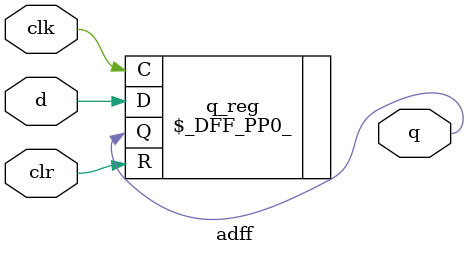
<source format=v>
/* Generated by Yosys 0.56+171 (git sha1 6fdcdd41d, g++ 11.4.0-1ubuntu1~22.04.2 -Og -fPIC) */

(* src = "dut.sv:1.1-10.10" *)
(* top =  1  *)
module adff(d, clk, clr, q);
  (* src = "dut.sv:1.20-1.21" *)
  input d;
  wire d;
  (* src = "dut.sv:1.23-1.26" *)
  input clk;
  wire clk;
  (* src = "dut.sv:1.28-1.31" *)
  input clr;
  wire clr;
  (* init = 1'h0 *)
  (* src = "dut.sv:1.44-1.45" *)
  output q;
  wire q;
  (* \"has_async_reset"  = 32'd1 *)
  (* \always_ff  = 32'd1 *)
  (* src = "dut.sv:5.4-9.16" *)
  \$_DFF_PP0_  q_reg /* _0_ */ (
    .C(clk),
    .D(d),
    .Q(q),
    .R(clr)
  );
endmodule

</source>
